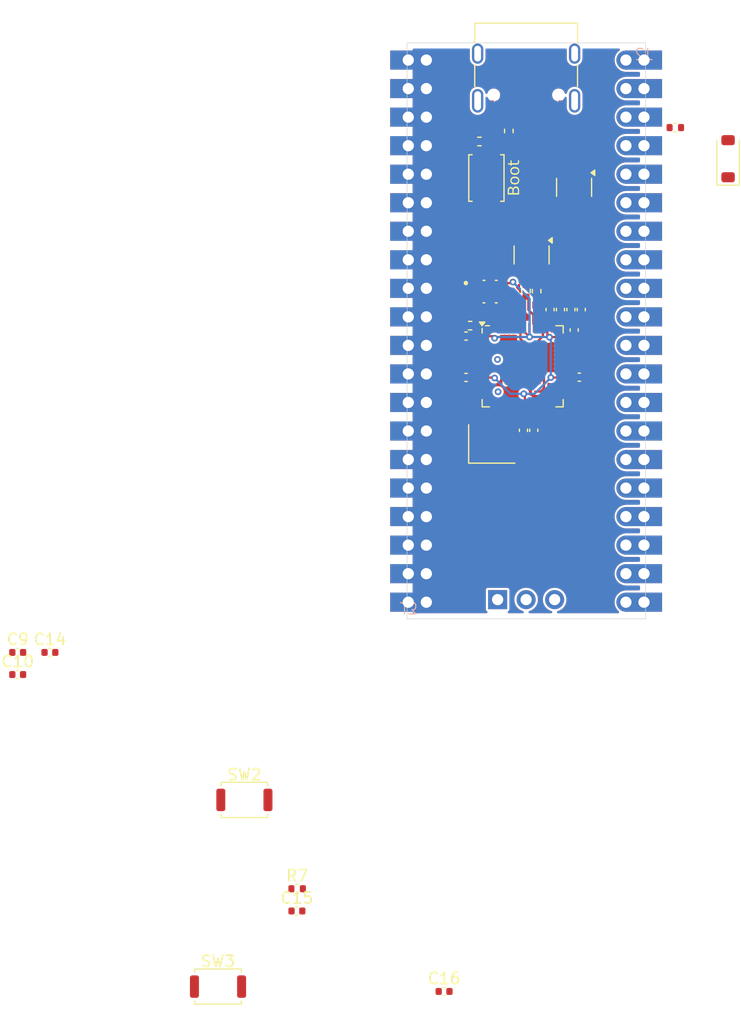
<source format=kicad_pcb>
(kicad_pcb (version 20241229) (generator "pcbnew") (generator_version "9.0")
  (layers (0 "F.Cu" signal) (2 "B.Cu" signal) (13 "F.Paste" user) (15 "B.Paste" user) (5 "F.SilkS" user "F.Silkscreen") (7 "B.SilkS" user "B.Silkscreen") (1 "F.Mask" user) (3 "B.Mask" user) (25 "Edge.Cuts" user))
  (net 0 "")
  (net 1 "XOUT")
  (net 2 "XIN")
  (net 4 "SPI_SD0")
  (net 6 "IO24")
  (net 7 "SPI_SD2")
  (net 8 "IO29")
  (net 9 "SPI_SD1")
  (net 10 "IO25")
  (net 11 "SPI_SCLK")
  (net 12 "IO23")
  (net 14 "SWD")
  (net 15 "SWCLK")
  (net 16 "SPI_SD3")
  (net 17 "SPI_CS")
  (net 18 "Net-(R5-Pad2)")
  (net 19 "CLEAN_USBDN")
  (net 20 "Net-(U1-USB_DP)")
  (net 21 "Net-(U1-USB_DM)")
  (net 22 "CLEAN_USBDP")
  (net 23 "IO4")
  (net 24 "IO15")
  (net 25 "IO10")
  (net 26 "IO6")
  (net 27 "IO7")
  (net 28 "IO12")
  (net 29 "IO3")
  (net 30 "IO9")
  (net 31 "IO5")
  (net 32 "IO1")
  (net 33 "IO2")
  (net 34 "IO11")
  (net 35 "IO8")
  (net 36 "IO13")
  (net 37 "IO0")
  (net 38 "IO14")
  (net 39 "IO17")
  (net 40 "IO19")
  (net 41 "IO16")
  (net 42 "IO26")
  (net 43 "IO22")
  (net 44 "IO27")
  (net 45 "RUN")
  (net 47 "IO21")
  (net 48 "IO28")
  (net 50 "IO20")
  (net 51 "IO18")
  (net 52 "USBDN")
  (net 53 "Net-(J1-CC1)")
  (net 54 "USBDP")
  (net 56 "Net-(J1-CC2)")
  (net 58 "+5V")
  (net 59 "+1V1")
  (net 60 "VSYS")
  (net 61 "+3V3")
  (net 62 "GND")
  (footprint "Capacitor_SMD:C_0402_1005Metric" (layer "F.Cu") (at 180.76 73.25)
    (property "Reference" "C5" (hide yes))
    (property "Value" "100n" (hide yes))
    (pad "1" smd roundrect (at -0.48 0) (size 0.56 0.62) (layers "F.Cu" "F.Mask" "F.Paste") (net 62 "GND"))
    (pad "2" smd roundrect (at 0.48 0) (size 0.56 0.62) (layers "F.Cu" "F.Mask" "F.Paste") (net 61 "+3V3"))
  )
  (footprint "Package_TO_SOT_SMD:SOT-23-5" (layer "F.Cu") (at 190.3825 56.33 -90)
    (property "Reference" "U2" (hide yes))
    (property "Value" "AP2112K-3.3" (hide yes))
    (pad "1" smd roundrect (at -1.1375 -0.95 270) (size 1.325 0.6) (layers "F.Cu" "F.Mask" "F.Paste") (net 60 "VSYS"))
    (pad "2" smd roundrect (at -1.1375 0 270) (size 1.325 0.6) (layers "F.Cu" "F.Mask" "F.Paste") (net 62 "GND"))
    (pad "3" smd roundrect (at -1.1375 0.95 270) (size 1.325 0.6) (layers "F.Cu" "F.Mask" "F.Paste") (net 60 "VSYS"))
    (pad "4" smd roundrect (at 1.1375 0.95 270) (size 1.325 0.6) (layers "F.Cu" "F.Mask" "F.Paste"))
    (pad "5" smd roundrect (at 1.1375 -0.95 270) (size 1.325 0.6) (layers "F.Cu" "F.Mask" "F.Paste") (net 61 "+3V3"))
  )
  (footprint "Capacitor_SMD:C_0402_1005Metric" (layer "F.Cu") (at 190.1 67.21 90)
    (property "Reference" "C8" (hide yes))
    (property "Value" "1u" (hide yes))
    (pad "1" smd roundrect (at -0.48 0 90) (size 0.56 0.62) (layers "F.Cu" "F.Mask" "F.Paste") (net 61 "+3V3"))
    (pad "2" smd roundrect (at 0.48 0 90) (size 0.56 0.62) (layers "F.Cu" "F.Mask" "F.Paste") (net 62 "GND"))
  )
  (footprint "Resistor_SMD:R_0402_1005Metric" (layer "F.Cu") (at 186.095259 65.551117 -90)
    (property "Reference" "R1" (hide yes))
    (property "Value" "27.4" (hide yes))
    (pad "1" smd roundrect (at -0.51 0 270) (size 0.54 0.64) (layers "F.Cu" "F.Mask" "F.Paste") (net 22 "CLEAN_USBDP"))
    (pad "2" smd roundrect (at 0.51 0 270) (size 0.54 0.64) (layers "F.Cu" "F.Mask" "F.Paste") (net 20 "Net-(U1-USB_DP)"))
  )
  (footprint "W25Q16JVUXIQ_TR:IC_W25Q16JVUXIQ_TR" (layer "F.Cu") (at 182.9 65.61)
    (property "Reference" "U3" (hide yes))
    (property "Value" "W25Q16JVUXIQ_TR" (hide yes))
    (pad "1" smd rect (at -1.25 -0.75) (size 0.6 0.3) (layers "F.Cu" "F.Mask") (net 17 "SPI_CS"))
    (pad "2" smd rect (at -1.25 -0.25) (size 0.6 0.3) (layers "F.Cu" "F.Mask") (net 9 "SPI_SD1"))
    (pad "3" smd rect (at -1.25 0.25) (size 0.6 0.3) (layers "F.Cu" "F.Mask") (net 7 "SPI_SD2"))
    (pad "4" smd rect (at -1.25 0.75) (size 0.6 0.3) (layers "F.Cu" "F.Mask") (net 62 "GND"))
    (pad "5" smd rect (at 1.25 0.75) (size 0.6 0.3) (layers "F.Cu" "F.Mask") (net 4 "SPI_SD0"))
    (pad "6" smd rect (at 1.25 0.25) (size 0.6 0.3) (layers "F.Cu" "F.Mask") (net 11 "SPI_SCLK"))
    (pad "7" smd rect (at 1.25 -0.25) (size 0.6 0.3) (layers "F.Cu" "F.Mask") (net 16 "SPI_SD3"))
    (pad "8" smd rect (at 1.25 -0.75) (size 0.6 0.3) (layers "F.Cu" "F.Mask") (net 61 "+3V3"))
    (pad "9" smd rect (at 0 0) (size 0.3 1.7) (layers "F.Cu" "F.Mask") (net 62 "GND"))
  )
  (footprint "Package_TO_SOT_SMD:SOT-23-6" (layer "F.Cu") (at 186.595 62.35 -90)
    (property "Reference" "U4" (hide yes))
    (property "Value" "USBLC6-2SC6" (hide yes))
    (pad "1" smd roundrect (at -1.1375 -0.95 270) (size 1.325 0.6) (layers "F.Cu" "F.Mask" "F.Paste") (net 54 "USBDP"))
    (pad "2" smd roundrect (at -1.1375 0 270) (size 1.325 0.6) (layers "F.Cu" "F.Mask" "F.Paste") (net 62 "GND"))
    (pad "3" smd roundrect (at -1.1375 0.95 270) (size 1.325 0.6) (layers "F.Cu" "F.Mask" "F.Paste") (net 52 "USBDN"))
    (pad "4" smd roundrect (at 1.1375 0.95 270) (size 1.325 0.6) (layers "F.Cu" "F.Mask" "F.Paste") (net 19 "CLEAN_USBDN"))
    (pad "5" smd roundrect (at 1.1375 0 270) (size 1.325 0.6) (layers "F.Cu" "F.Mask" "F.Paste") (net 58 "+5V"))
    (pad "6" smd roundrect (at 1.1375 -0.95 270) (size 1.325 0.6) (layers "F.Cu" "F.Mask" "F.Paste") (net 22 "CLEAN_USBDP"))
  )
  (footprint "Capacitor_SMD:C_0402_1005Metric" (layer "F.Cu") (at 191.02 67.21 -90)
    (property "Reference" "C2" (hide yes))
    (property "Value" "100n" (hide yes))
    (pad "1" smd roundrect (at -0.48 0 270) (size 0.56 0.62) (layers "F.Cu" "F.Mask" "F.Paste") (net 62 "GND"))
    (pad "2" smd roundrect (at 0.48 0 270) (size 0.56 0.62) (layers "F.Cu" "F.Mask" "F.Paste") (net 61 "+3V3"))
  )
  (footprint "Capacitor_SMD:C_0402_1005Metric" (layer "F.Cu") (at 140.815 97.73)
    (property "Reference" "C9" (at 0 -1.16 0) (layer "F.SilkS"))
    (property "Value" "1uF")
    (pad "1" smd roundrect (at -0.48 0) (size 0.56 0.62) (layers "F.Cu" "F.Mask" "F.Paste") (net 61 "+3V3"))
    (pad "2" smd roundrect (at 0.48 0) (size 0.56 0.62) (layers "F.Cu" "F.Mask" "F.Paste") (net 62 "GND"))
  )
  (footprint "Resistor_SMD:R_0402_1005Metric" (layer "F.Cu") (at 187.045259 65.571117 90)
    (property "Reference" "R2" (hide yes))
    (property "Value" "27.4" (hide yes))
    (pad "1" smd roundrect (at -0.51 0 90) (size 0.54 0.64) (layers "F.Cu" "F.Mask" "F.Paste") (net 21 "Net-(U1-USB_DM)"))
    (pad "2" smd roundrect (at 0.51 0 90) (size 0.54 0.64) (layers "F.Cu" "F.Mask" "F.Paste") (net 19 "CLEAN_USBDN"))
  )
  (footprint "Capacitor_SMD:C_0402_1005Metric" (layer "F.Cu") (at 185.87 77.96 90)
    (property "Reference" "C1" (hide yes))
    (property "Value" "100n" (hide yes))
    (pad "1" smd roundrect (at -0.48 0 90) (size 0.56 0.62) (layers "F.Cu" "F.Mask" "F.Paste") (net 62 "GND"))
    (pad "2" smd roundrect (at 0.48 0 90) (size 0.56 0.62) (layers "F.Cu" "F.Mask" "F.Paste") (net 61 "+3V3"))
  )
  (footprint "Capacitor_SMD:C_0402_1005Metric" (layer "F.Cu") (at 140.815 99.7)
    (property "Reference" "C10" (at 0 -1.16 0) (layer "F.SilkS"))
    (property "Value" "1uF")
    (pad "1" smd roundrect (at -0.48 0) (size 0.56 0.62) (layers "F.Cu" "F.Mask" "F.Paste") (net 60 "VSYS"))
    (pad "2" smd roundrect (at 0.48 0) (size 0.56 0.62) (layers "F.Cu" "F.Mask" "F.Paste") (net 62 "GND"))
  )
  (footprint "Button_Switch_SMD:SW_Push_SPST_NO_Alps_SKRK" (layer "F.Cu") (at 182.57 55.5 90)
    (property "Reference" "SW1" (hide yes))
    (property "Value" "Boot" (at 0 2.5 90) (layer "F.SilkS"))
    (pad "1" smd roundrect (at -2.1 0 90) (size 0.8 2) (layers "F.Cu" "F.Mask" "F.Paste") (net 17 "SPI_CS"))
    (pad "2" smd roundrect (at 2.1 0 90) (size 0.8 2) (layers "F.Cu" "F.Mask" "F.Paste") (net 18 "Net-(R5-Pad2)"))
  )
  (footprint "Package_DFN_QFN:QFN-56-1EP_7x7mm_P0.4mm_EP3.2x3.2mm" (layer "F.Cu") (at 185.8 72.26)
    (property "Reference" "U1" (hide yes))
    (property "Value" "RP2040" (hide yes))
    (pad "1" smd roundrect (at -3.4375 -2.6) (size 0.875 0.2) (layers "F.Cu" "F.Mask" "F.Paste") (net 61 "+3V3"))
    (pad "2" smd roundrect (at -3.4375 -2.2) (size 0.875 0.2) (layers "F.Cu" "F.Mask" "F.Paste") (net 37 "IO0"))
    (pad "3" smd roundrect (at -3.4375 -1.8) (size 0.875 0.2) (layers "F.Cu" "F.Mask" "F.Paste") (net 32 "IO1"))
    (pad "4" smd roundrect (at -3.4375 -1.4) (size 0.875 0.2) (layers "F.Cu" "F.Mask" "F.Paste") (net 33 "IO2"))
    (pad "5" smd roundrect (at -3.4375 -1) (size 0.875 0.2) (layers "F.Cu" "F.Mask" "F.Paste") (net 29 "IO3"))
    (pad "6" smd roundrect (at -3.4375 -0.6) (size 0.875 0.2) (layers "F.Cu" "F.Mask" "F.Paste") (net 23 "IO4"))
    (pad "7" smd roundrect (at -3.4375 -0.2) (size 0.875 0.2) (layers "F.Cu" "F.Mask" "F.Paste") (net 31 "IO5"))
    (pad "8" smd roundrect (at -3.4375 0.2) (size 0.875 0.2) (layers "F.Cu" "F.Mask" "F.Paste") (net 26 "IO6"))
    (pad "9" smd roundrect (at -3.4375 0.6) (size 0.875 0.2) (layers "F.Cu" "F.Mask" "F.Paste") (net 27 "IO7"))
    (pad "10" smd roundrect (at -3.4375 1) (size 0.875 0.2) (layers "F.Cu" "F.Mask" "F.Paste") (net 61 "+3V3"))
    (pad "11" smd roundrect (at -3.4375 1.4) (size 0.875 0.2) (layers "F.Cu" "F.Mask" "F.Paste") (net 35 "IO8"))
    (pad "12" smd roundrect (at -3.4375 1.8) (size 0.875 0.2) (layers "F.Cu" "F.Mask" "F.Paste") (net 30 "IO9"))
    (pad "13" smd roundrect (at -3.4375 2.2) (size 0.875 0.2) (layers "F.Cu" "F.Mask" "F.Paste") (net 25 "IO10"))
    (pad "14" smd roundrect (at -3.4375 2.6) (size 0.875 0.2) (layers "F.Cu" "F.Mask" "F.Paste") (net 34 "IO11"))
    (pad "15" smd roundrect (at -2.6 3.4375) (size 0.2 0.875) (layers "F.Cu" "F.Mask" "F.Paste") (net 28 "IO12"))
    (pad "16" smd roundrect (at -2.2 3.4375) (size 0.2 0.875) (layers "F.Cu" "F.Mask" "F.Paste") (net 36 "IO13"))
    (pad "17" smd roundrect (at -1.8 3.4375) (size 0.2 0.875) (layers "F.Cu" "F.Mask" "F.Paste") (net 38 "IO14"))
    (pad "18" smd roundrect (at -1.4 3.4375) (size 0.2 0.875) (layers "F.Cu" "F.Mask" "F.Paste") (net 24 "IO15"))
    (pad "19" smd roundrect (at -1 3.4375) (size 0.2 0.875) (layers "F.Cu" "F.Mask" "F.Paste") (net 62 "GND"))
    (pad "20" smd roundrect (at -0.6 3.4375) (size 0.2 0.875) (layers "F.Cu" "F.Mask" "F.Paste") (net 2 "XIN"))
    (pad "21" smd roundrect (at -0.2 3.4375) (size 0.2 0.875) (layers "F.Cu" "F.Mask" "F.Paste") (net 1 "XOUT"))
    (pad "22" smd roundrect (at 0.2 3.4375) (size 0.2 0.875) (layers "F.Cu" "F.Mask" "F.Paste") (net 61 "+3V3"))
    (pad "23" smd roundrect (at 0.6 3.4375) (size 0.2 0.875) (layers "F.Cu" "F.Mask" "F.Paste") (net 59 "+1V1"))
    (pad "24" smd roundrect (at 1 3.4375) (size 0.2 0.875) (layers "F.Cu" "F.Mask" "F.Paste") (net 15 "SWCLK"))
    (pad "25" smd roundrect (at 1.4 3.4375) (size 0.2 0.875) (layers "F.Cu" "F.Mask" "F.Paste") (net 14 "SWD"))
    (pad "26" smd roundrect (at 1.8 3.4375) (size 0.2 0.875) (layers "F.Cu" "F.Mask" "F.Paste") (net 45 "RUN"))
    (pad "27" smd roundrect (at 2.2 3.4375) (size 0.2 0.875) (layers "F.Cu" "F.Mask" "F.Paste") (net 41 "IO16"))
    (pad "28" smd roundrect (at 2.6 3.4375) (size 0.2 0.875) (layers "F.Cu" "F.Mask" "F.Paste") (net 39 "IO17"))
    (pad "29" smd roundrect (at 3.4375 2.6) (size 0.875 0.2) (layers "F.Cu" "F.Mask" "F.Paste") (net 51 "IO18"))
    (pad "30" smd roundrect (at 3.4375 2.2) (size 0.875 0.2) (layers "F.Cu" "F.Mask" "F.Paste") (net 40 "IO19"))
    (pad "31" smd roundrect (at 3.4375 1.8) (size 0.875 0.2) (layers "F.Cu" "F.Mask" "F.Paste") (net 50 "IO20"))
    (pad "32" smd roundrect (at 3.4375 1.4) (size 0.875 0.2) (layers "F.Cu" "F.Mask" "F.Paste") (net 47 "IO21"))
    (pad "33" smd roundrect (at 3.4375 1) (size 0.875 0.2) (layers "F.Cu" "F.Mask" "F.Paste") (net 61 "+3V3"))
    (pad "34" smd roundrect (at 3.4375 0.6) (size 0.875 0.2) (layers "F.Cu" "F.Mask" "F.Paste") (net 43 "IO22"))
    (pad "35" smd roundrect (at 3.4375 0.2) (size 0.875 0.2) (layers "F.Cu" "F.Mask" "F.Paste") (net 12 "IO23"))
    (pad "36" smd roundrect (at 3.4375 -0.2) (size 0.875 0.2) (layers "F.Cu" "F.Mask" "F.Paste") (net 6 "IO24"))
    (pad "37" smd roundrect (at 3.4375 -0.6) (size 0.875 0.2) (layers "F.Cu" "F.Mask" "F.Paste") (net 10 "IO25"))
    (pad "38" smd roundrect (at 3.4375 -1) (size 0.875 0.2) (layers "F.Cu" "F.Mask" "F.Paste") (net 42 "IO26"))
    (pad "39" smd roundrect (at 3.4375 -1.4) (size 0.875 0.2) (layers "F.Cu" "F.Mask" "F.Paste") (net 44 "IO27"))
    (pad "40" smd roundrect (at 3.4375 -1.8) (size 0.875 0.2) (layers "F.Cu" "F.Mask" "F.Paste") (net 48 "IO28"))
    (pad "41" smd roundrect (at 3.4375 -2.2) (size 0.875 0.2) (layers "F.Cu" "F.Mask" "F.Paste") (net 8 "IO29"))
    (pad "42" smd roundrect (at 3.4375 -2.6) (size 0.875 0.2) (layers "F.Cu" "F.Mask" "F.Paste") (net 61 "+3V3"))
    (pad "43" smd roundrect (at 2.6 -3.4375) (size 0.2 0.875) (layers "F.Cu" "F.Mask" "F.Paste") (net 61 "+3V3"))
    (pad "44" smd roundrect (at 2.2 -3.4375) (size 0.2 0.875) (layers "F.Cu" "F.Mask" "F.Paste") (net 61 "+3V3"))
    (pad "45" smd roundrect (at 1.8 -3.4375) (size 0.2 0.875) (layers "F.Cu" "F.Mask" "F.Paste") (net 59 "+1V1"))
    (pad "46" smd roundrect (at 1.4 -3.4375) (size 0.2 0.875) (layers "F.Cu" "F.Mask" "F.Paste") (net 21 "Net-(U1-USB_DM)"))
    (pad "47" smd roundrect (at 1 -3.4375) (size 0.2 0.875) (layers "F.Cu" "F.Mask" "F.Paste") (net 20 "Net-(U1-USB_DP)"))
    (pad "48" smd roundrect (at 0.6 -3.4375) (size 0.2 0.875) (layers "F.Cu" "F.Mask" "F.Paste") (net 61 "+3V3"))
    (pad "49" smd roundrect (at 0.2 -3.4375) (size 0.2 0.875) (layers "F.Cu" "F.Mask" "F.Paste") (net 61 "+3V3"))
    (pad "50" smd roundrect (at -0.2 -3.4375) (size 0.2 0.875) (layers "F.Cu" "F.Mask" "F.Paste") (net 59 "+1V1"))
    (pad "51" smd roundrect (at -0.6 -3.4375) (size 0.2 0.875) (layers "F.Cu" "F.Mask" "F.Paste") (net 16 "SPI_SD3"))
    (pad "52" smd roundrect (at -1 -3.4375) (size 0.2 0.875) (layers "F.Cu" "F.Mask" "F.Paste") (net 11 "SPI_SCLK"))
    (pad "53" smd roundrect (at -1.4 -3.4375) (size 0.2 0.875) (layers "F.Cu" "F.Mask" "F.Paste") (net 4 "SPI_SD0"))
    (pad "54" smd roundrect (at -1.8 -3.4375) (size 0.2 0.875) (layers "F.Cu" "F.Mask" "F.Paste") (net 7 "SPI_SD2"))
    (pad "55" smd roundrect (at -2.2 -3.4375) (size 0.2 0.875) (layers "F.Cu" "F.Mask" "F.Paste") (net 9 "SPI_SD1"))
    (pad "56" smd roundrect (at -2.6 -3.4375) (size 0.2 0.875) (layers "F.Cu" "F.Mask" "F.Paste") (net 17 "SPI_CS"))
    (pad "57" smd rect (at 0 0) (size 3.2 3.2) (property pad_prop_heatsink) (layers "F.Cu" "F.Mask") (net 62 "GND"))
  )
  (footprint "Capacitor_SMD:C_0402_1005Metric" (layer "F.Cu") (at 178.8 127.91)
    (property "Reference" "C16" (at 0 -1.16 0) (layer "F.SilkS"))
    (property "Value" "15pF")
    (pad "1" smd roundrect (at -0.48 0) (size 0.56 0.62) (layers "F.Cu" "F.Mask" "F.Paste") (net 62 "GND"))
    (pad "2" smd roundrect (at 0.48 0) (size 0.56 0.62) (layers "F.Cu" "F.Mask" "F.Paste") (net 1 "XOUT"))
  )
  (footprint "Resistor_SMD:R_0402_1005Metric" (layer "F.Cu") (at 181.95 52.25)
    (property "Reference" "R5" (hide yes))
    (property "Value" "1k" (hide yes))
    (pad "1" smd roundrect (at -0.51 0) (size 0.54 0.64) (layers "F.Cu" "F.Mask" "F.Paste") (net 62 "GND"))
    (pad "2" smd roundrect (at 0.51 0) (size 0.54 0.64) (layers "F.Cu" "F.Mask" "F.Paste") (net 18 "Net-(R5-Pad2)"))
  )
  (footprint "Capacitor_SMD:C_0402_1005Metric" (layer "F.Cu") (at 189.17 67.21 90)
    (property "Reference" "C11" (hide yes))
    (property "Value" "1u" (hide yes))
    (pad "1" smd roundrect (at -0.48 0 90) (size 0.56 0.62) (layers "F.Cu" "F.Mask" "F.Paste") (net 59 "+1V1"))
    (pad "2" smd roundrect (at 0.48 0 90) (size 0.56 0.62) (layers "F.Cu" "F.Mask" "F.Paste") (net 62 "GND"))
  )
  (footprint "Resistor_SMD:R_0402_1005Metric" (layer "F.Cu") (at 199.4 51.01 180)
    (property "Reference" "R3" (hide yes))
    (property "Value" "5k1" (hide yes))
    (pad "1" smd roundrect (at -0.51 0 180) (size 0.54 0.64) (layers "F.Cu" "F.Mask" "F.Paste") (net 62 "GND"))
    (pad "2" smd roundrect (at 0.51 0 180) (size 0.54 0.64) (layers "F.Cu" "F.Mask" "F.Paste") (net 53 "Net-(J1-CC1)"))
  )
  (footprint "Resistor_SMD:R_0402_1005Metric" (layer "F.Cu") (at 165.71 118.77)
    (property "Reference" "R7" (at 0 -1.17 0) (layer "F.SilkS"))
    (property "Value" "1k")
    (pad "1" smd roundrect (at -0.51 0) (size 0.54 0.64) (layers "F.Cu" "F.Mask" "F.Paste") (net 61 "+3V3"))
    (pad "2" smd roundrect (at 0.51 0) (size 0.54 0.64) (layers "F.Cu" "F.Mask" "F.Paste") (net 45 "RUN"))
  )
  (footprint "Capacitor_SMD:C_0402_1005Metric" (layer "F.Cu") (at 190.39 69.03 90)
    (property "Reference" "C3" (hide yes))
    (property "Value" "100n" (hide yes))
    (pad "1" smd roundrect (at -0.48 0 90) (size 0.56 0.62) (layers "F.Cu" "F.Mask" "F.Paste") (net 62 "GND"))
    (pad "2" smd roundrect (at 0.48 0 90) (size 0.56 0.62) (layers "F.Cu" "F.Mask" "F.Paste") (net 61 "+3V3"))
  )
  (footprint "Capacitor_SMD:C_0402_1005Metric" (layer "F.Cu") (at 180.76 69.57)
    (property "Reference" "C6" (hide yes))
    (property "Value" "100n" (hide yes))
    (pad "1" smd roundrect (at -0.48 0) (size 0.56 0.62) (layers "F.Cu" "F.Mask" "F.Paste") (net 62 "GND"))
    (pad "2" smd roundrect (at 0.48 0) (size 0.56 0.62) (layers "F.Cu" "F.Mask" "F.Paste") (net 61 "+3V3"))
  )
  (footprint "Resistor_SMD:R_0402_1005Metric" (layer "F.Cu") (at 181.12 68.64)
    (property "Reference" "R6" (hide yes))
    (property "Value" "10k" (hide yes))
    (pad "1" smd roundrect (at -0.51 0) (size 0.54 0.64) (layers "F.Cu" "F.Mask" "F.Paste") (net 61 "+3V3"))
    (pad "2" smd roundrect (at 0.51 0) (size 0.54 0.64) (layers "F.Cu" "F.Mask" "F.Paste") (net 17 "SPI_CS"))
  )
  (footprint "Capacitor_SMD:C_0402_1005Metric" (layer "F.Cu") (at 186.79 77.96 -90)
    (property "Reference" "C13" (hide yes))
    (property "Value" "100n" (hide yes))
    (pad "1" smd roundrect (at -0.48 0 270) (size 0.56 0.62) (layers "F.Cu" "F.Mask" "F.Paste") (net 59 "+1V1"))
    (pad "2" smd roundrect (at 0.48 0 270) (size 0.56 0.62) (layers "F.Cu" "F.Mask" "F.Paste") (net 62 "GND"))
  )
  (footprint "Capacitor_SMD:C_0402_1005Metric" (layer "F.Cu") (at 165.69 120.75)
    (property "Reference" "C15" (at 0 -1.16 0) (layer "F.SilkS"))
    (property "Value" "15pF")
    (pad "1" smd roundrect (at -0.48 0) (size 0.56 0.62) (layers "F.Cu" "F.Mask" "F.Paste") (net 62 "GND"))
    (pad "2" smd roundrect (at 0.48 0) (size 0.56 0.62) (layers "F.Cu" "F.Mask" "F.Paste") (net 2 "XIN"))
  )
  (footprint "Connector_USB:USB_C_Receptacle_G-Switch_GT-USB-7010ASV" (layer "F.Cu") (at 186.11 45.5 180)
    (property "Reference" "J1" (hide yes))
    (property "Value" "USB_C_Receptacle_USB2.0_16P")
    (pad "" np_thru_hole circle (at -2.89 -2.605 180) (size 0.65 0.65) (drill 0.65) (layers "*.Cu" "*.Mask"))
    (pad "" np_thru_hole circle (at 2.89 -2.605 180) (size 0.65 0.65) (drill 0.65) (layers "*.Cu" "*.Mask"))
    (pad "A1" smd rect (at -3.2 -3.725 180) (size 0.6 1.24) (layers "F.Cu" "F.Mask" "F.Paste") (net 62 "GND"))
    (pad "A4" smd rect (at -2.4 -3.725 180) (size 0.6 1.24) (layers "F.Cu" "F.Mask" "F.Paste") (net 58 "+5V"))
    (pad "A5" smd rect (at -1.25 -3.725 180) (size 0.3 1.24) (layers "F.Cu" "F.Mask" "F.Paste") (net 53 "Net-(J1-CC1)"))
    (pad "A6" smd rect (at -0.25 -3.725 180) (size 0.3 1.24) (layers "F.Cu" "F.Mask" "F.Paste") (net 54 "USBDP"))
    (pad "A7" smd rect (at 0.25 -3.725 180) (size 0.3 1.24) (layers "F.Cu" "F.Mask" "F.Paste") (net 52 "USBDN"))
    (pad "A8" smd rect (at 1.25 -3.725 180) (size 0.3 1.24) (layers "F.Cu" "F.Mask" "F.Paste"))
    (pad "A9" smd rect (at 2.4 -3.725 180) (size 0.6 1.24) (layers "F.Cu" "F.Mask" "F.Paste") (net 58 "+5V"))
    (pad "A12" smd rect (at 3.2 -3.725 180) (size 0.6 1.24) (layers "F.Cu" "F.Mask" "F.Paste") (net 62 "GND"))
    (pad "B1" smd rect (at 3.2 -3.725 180) (size 0.6 1.24) (layers "F.Cu" "F.Mask" "F.Paste") (net 62 "GND"))
    (pad "B4" smd rect (at 2.4 -3.725 180) (size 0.6 1.24) (layers "F.Cu" "F.Mask" "F.Paste") (net 58 "+5V"))
    (pad "B5" smd rect (at 1.75 -3.725 180) (size 0.3 1.24) (layers "F.Cu" "F.Mask" "F.Paste") (net 56 "Net-(J1-CC2)"))
    (pad "B6" smd rect (at 0.75 -3.725 180) (size 0.3 1.24) (layers "F.Cu" "F.Mask" "F.Paste") (net 54 "USBDP"))
    (pad "B7" smd rect (at -0.75 -3.725 180) (size 0.3 1.24) (layers "F.Cu" "F.Mask" "F.Paste") (net 52 "USBDN"))
    (pad "B8" smd rect (at -1.75 -3.725 180) (size 0.3 1.24) (layers "F.Cu" "F.Mask" "F.Paste"))
    (pad "B9" smd rect (at -2.4 -3.725 180) (size 0.6 1.24) (layers "F.Cu" "F.Mask" "F.Paste") (net 58 "+5V"))
    (pad "B12" smd rect (at -3.2 -3.725 180) (size 0.6 1.24) (layers "F.Cu" "F.Mask" "F.Paste") (net 62 "GND"))
    (pad "S1" thru_hole oval (at -4.32 -3.125 180) (size 1 2.1) (drill oval 0.6 1.7) (property pad_prop_heatsink) (layers "*.Cu" "*.Mask") (net 62 "GND"))
    (pad "S1" thru_hole oval (at -4.32 1.075 180) (size 1 1.8) (drill oval 0.6 1.4) (property pad_prop_heatsink) (layers "*.Cu" "*.Mask") (net 62 "GND"))
    (pad "S1" thru_hole oval (at 4.32 -3.125 180) (size 1 2.1) (drill oval 0.6 1.7) (property pad_prop_heatsink) (layers "*.Cu" "*.Mask") (net 62 "GND"))
    (pad "S1" thru_hole oval (at 4.32 1.075 180) (size 1 1.8) (drill oval 0.6 1.4) (property pad_prop_heatsink) (layers "*.Cu" "*.Mask") (net 62 "GND"))
  )
  (footprint "Button_Switch_SMD:SW_Push_SPST_NO_Alps_SKRK" (layer "F.Cu") (at 158.66 127.48)
    (property "Reference" "SW3" (at 0 -2.25 0) (layer "F.SilkS"))
    (property "Value" "SW_Push")
    (pad "1" smd roundrect (at -2.1 0) (size 0.8 2) (layers "F.Cu" "F.Mask" "F.Paste") (net 62 "GND"))
    (pad "2" smd roundrect (at 2.1 0) (size 0.8 2) (layers "F.Cu" "F.Mask" "F.Paste") (net 12 "IO23"))
  )
  (footprint "Capacitor_SMD:C_0402_1005Metric" (layer "F.Cu") (at 188.24 67.21 90)
    (property "Reference" "C12" (hide yes))
    (property "Value" "100n" (hide yes))
    (pad "1" smd roundrect (at -0.48 0 90) (size 0.56 0.62) (layers "F.Cu" "F.Mask" "F.Paste") (net 59 "+1V1"))
    (pad "2" smd roundrect (at 0.48 0 90) (size 0.56 0.62) (layers "F.Cu" "F.Mask" "F.Paste") (net 62 "GND"))
  )
  (footprint "Crystal:Crystal_SMD_3225-4Pin_3.2x2.5mm" (layer "F.Cu") (at 183.05 79.17)
    (property "Reference" "Y1" (hide yes))
    (property "Value" "ABM8-272-T3" (hide yes))
    (pad "1" smd roundrect (at -1.1 0.85) (size 1.4 1.2) (layers "F.Cu" "F.Mask" "F.Paste") (roundrect_rratio 0.208333) (net 2 "XIN"))
    (pad "2" smd roundrect (at 1.1 0.85) (size 1.4 1.2) (layers "F.Cu" "F.Mask" "F.Paste") (roundrect_rratio 0.208333) (net 62 "GND"))
    (pad "3" smd roundrect (at 1.1 -0.85) (size 1.4 1.2) (layers "F.Cu" "F.Mask" "F.Paste") (roundrect_rratio 0.208333) (net 1 "XOUT"))
    (pad "4" smd roundrect (at -1.1 -0.85) (size 1.4 1.2) (layers "F.Cu" "F.Mask" "F.Paste") (roundrect_rratio 0.208333) (net 62 "GND"))
  )
  (footprint "Capacitor_SMD:C_0402_1005Metric" (layer "F.Cu") (at 143.685 97.73)
    (property "Reference" "C14" (at 0 -1.16 0) (layer "F.SilkS"))
    (property "Value" "100nF")
    (pad "1" smd roundrect (at -0.48 0) (size 0.56 0.62) (layers "F.Cu" "F.Mask" "F.Paste") (net 61 "+3V3"))
    (pad "2" smd roundrect (at 0.48 0) (size 0.56 0.62) (layers "F.Cu" "F.Mask" "F.Paste") (net 62 "GND"))
  )
  (footprint "Capacitor_SMD:C_0402_1005Metric" (layer "F.Cu") (at 190.85 73.23 180)
    (property "Reference" "C4" (hide yes))
    (property "Value" "100n" (hide yes))
    (pad "1" smd roundrect (at -0.48 0 180) (size 0.56 0.62) (layers "F.Cu" "F.Mask" "F.Paste") (net 62 "GND"))
    (pad "2" smd roundrect (at 0.48 0 180) (size 0.56 0.62) (layers "F.Cu" "F.Mask" "F.Paste") (net 61 "+3V3"))
  )
  (footprint "Connector_PinHeader_2.54mm:PinHeader_1x03_P2.54mm_Vertical" (layer "F.Cu") (at 183.57 93.03 90)
    (property "Reference" "J4" (hide yes))
    (property "Value" "Conn_01x03" (hide yes))
    (pad "1" thru_hole rect (at 0 0 90) (size 1.7 1.7) (drill 1) (layers "*.Cu" "*.Mask") (net 15 "SWCLK"))
    (pad "2" thru_hole circle (at 0 2.54 90) (size 1.7 1.7) (drill 1) (layers "*.Cu" "*.Mask") (net 62 "GND"))
    (pad "3" thru_hole circle (at 0 5.08 90) (size 1.7 1.7) (drill 1) (layers "*.Cu" "*.Mask") (net 14 "SWD"))
  )
  (footprint "Button_Switch_SMD:SW_Push_SPST_NO_Alps_SKRK" (layer "F.Cu") (at 161.01 110.86)
    (property "Reference" "SW2" (at 0 -2.25 0) (layer "F.SilkS"))
    (property "Value" "Reset")
    (pad "1" smd roundrect (at -2.1 0) (size 0.8 2) (layers "F.Cu" "F.Mask" "F.Paste") (net 45 "RUN"))
    (pad "2" smd roundrect (at 2.1 0) (size 0.8 2) (layers "F.Cu" "F.Mask" "F.Paste") (net 62 "GND"))
  )
  (footprint "Resistor_SMD:R_0402_1005Metric" (layer "F.Cu") (at 184.57 51.31 90)
    (property "Reference" "R4" (hide yes))
    (property "Value" "5k1" (hide yes))
    (pad "1" smd roundrect (at -0.51 0 90) (size 0.54 0.64) (layers "F.Cu" "F.Mask" "F.Paste") (net 62 "GND"))
    (pad "2" smd roundrect (at 0.51 0 90) (size 0.54 0.64) (layers "F.Cu" "F.Mask" "F.Paste") (net 56 "Net-(J1-CC2)"))
  )
  (footprint "Diode_SMD:D_SOD-123" (layer "F.Cu") (at 204.1 53.78 90)
    (property "Reference" "D1" (hide yes))
    (property "Value" "1N5819WS" (hide yes))
    (pad "1" smd roundrect (at -1.65 0 90) (size 0.9 1.2) (layers "F.Cu" "F.Mask" "F.Paste") (net 60 "VSYS"))
    (pad "2" smd roundrect (at 1.65 0 90) (size 0.9 1.2) (layers "F.Cu" "F.Mask" "F.Paste") (net 58 "+5V"))
  )
  (footprint "Connector_PinHeader_2.54mm:Castellated_20" (layer "B.Cu") (at 195 45 180)
    (property "Reference" "J2" (at -1.61 0.5 0) (layer "B.SilkS") (effects (font (thickness 0.1)) (justify mirror)))
    (property "Value" "Conn_01x20")
    (pad "1" thru_hole custom (at -1.61 0 180) (size 3.22 1.7) (drill 1) (layers "*.Cu" "*.Mask") (net 58 "+5V") (options (clearance outline) (anchor rect)) (primitives))
    (pad "1" thru_hole circle (at 0 0 180) (size 1.7 1.7) (drill 1) (layers "*.Cu" "*.Mask") (net 58 "+5V"))
    (pad "2" thru_hole custom (at -1.61 -2.54 180) (size 3.22 1.7) (drill 1) (layers "*.Cu" "*.Mask") (net 60 "VSYS") (options (clearance outline) (anchor rect)) (primitives))
    (pad "2" thru_hole circle (at 0 -2.54 180) (size 1.7 1.7) (drill 1) (layers "*.Cu" "*.Mask") (net 60 "VSYS"))
    (pad "3" thru_hole custom (at -1.61 -5.08 180) (size 3.22 1.7) (drill 1) (layers "*.Cu" "*.Mask") (net 62 "GND") (options (clearance outline) (anchor rect)) (primitives))
    (pad "3" thru_hole circle (at 0 -5.08 180) (size 1.7 1.7) (drill 1) (layers "*.Cu" "*.Mask") (net 62 "GND"))
    (pad "4" thru_hole custom (at -1.61 -7.62 180) (size 3.22 1.7) (drill 1) (layers "*.Cu" "*.Mask") (options (clearance outline) (anchor rect)) (primitives))
    (pad "4" thru_hole circle (at 0 -7.62 180) (size 1.7 1.7) (drill 1) (layers "*.Cu" "*.Mask"))
    (pad "5" thru_hole custom (at -1.61 -10.16 180) (size 3.22 1.7) (drill 1) (layers "*.Cu" "*.Mask") (net 61 "+3V3") (options (clearance outline) (anchor rect)) (primitives))
    (pad "5" thru_hole circle (at 0 -10.16 180) (size 1.7 1.7) (drill 1) (layers "*.Cu" "*.Mask") (net 61 "+3V3"))
    (pad "6" thru_hole custom (at -1.61 -12.7 180) (size 3.22 1.7) (drill 1) (layers "*.Cu" "*.Mask") (options (clearance outline) (anchor rect)) (primitives))
    (pad "6" thru_hole circle (at 0 -12.7 180) (size 1.7 1.7) (drill 1) (layers "*.Cu" "*.Mask"))
    (pad "7" thru_hole custom (at -1.61 -15.24 180) (size 3.22 1.7) (drill 1) (layers "*.Cu" "*.Mask") (net 48 "IO28") (options (clearance outline) (anchor rect)) (primitives))
    (pad "7" thru_hole circle (at 0 -15.24 180) (size 1.7 1.7) (drill 1) (layers "*.Cu" "*.Mask") (net 48 "IO28"))
    (pad "8" thru_hole custom (at -1.61 -17.78 180) (size 3.22 1.7) (drill 1) (layers "*.Cu" "*.Mask") (net 62 "GND") (options (clearance outline) (anchor rect)) (primitives))
    (pad "8" thru_hole circle (at 0 -17.78 180) (size 1.7 1.7) (drill 1) (layers "*.Cu" "*.Mask") (net 62 "GND"))
    (pad "9" thru_hole custom (at -1.61 -20.32 180) (size 3.22 1.7) (drill 1) (layers "*.Cu" "*.Mask") (net 44 "IO27") (options (clearance outline) (anchor rect)) (primitives))
    (pad "9" thru_hole circle (at 0 -20.32 180) (size 1.7 1.7) (drill 1) (layers "*.Cu" "*.Mask") (net 44 "IO27"))
    (pad "10" thru_hole custom (at -1.61 -22.86 180) (size 3.22 1.7) (drill 1) (layers "*.Cu" "*.Mask") (net 42 "IO26") (options (clearance outline) (anchor rect)) (primitives))
    (pad "10" thru_hole circle (at 0 -22.86 180) (size 1.7 1.7) (drill 1) (layers "*.Cu" "*.Mask") (net 42 "IO26"))
    (pad "11" thru_hole custom (at -1.61 -25.4 180) (size 3.22 1.7) (drill 1) (layers "*.Cu" "*.Mask") (net 45 "RUN") (options (clearance outline) (anchor rect)) (primitives))
    (pad "11" thru_hole circle (at 0 -25.4 180) (size 1.7 1.7) (drill 1) (layers "*.Cu" "*.Mask") (net 45 "RUN"))
    (pad "12" thru_hole custom (at -1.61 -27.94 180) (size 3.22 1.7) (drill 1) (layers "*.Cu" "*.Mask") (net 43 "IO22") (options (clearance outline) (anchor rect)) (primitives))
    (pad "12" thru_hole circle (at 0 -27.94 180) (size 1.7 1.7) (drill 1) (layers "*.Cu" "*.Mask") (net 43 "IO22"))
    (pad "13" thru_hole custom (at -1.61 -30.48 180) (size 3.22 1.7) (drill 1) (layers "*.Cu" "*.Mask") (net 62 "GND") (options (clearance outline) (anchor rect)) (primitives))
    (pad "13" thru_hole circle (at 0 -30.48 180) (size 1.7 1.7) (drill 1) (layers "*.Cu" "*.Mask") (net 62 "GND"))
    (pad "14" thru_hole custom (at -1.61 -33.02 180) (size 3.22 1.7) (drill 1) (layers "*.Cu" "*.Mask") (net 47 "IO21") (options (clearance outline) (anchor rect)) (primitives))
    (pad "14" thru_hole circle (at 0 -33.02 180) (size 1.7 1.7) (drill 1) (layers "*.Cu" "*.Mask") (net 47 "IO21"))
    (pad "15" thru_hole custom (at -1.61 -35.56 180) (size 3.22 1.7) (drill 1) (layers "*.Cu" "*.Mask") (net 50 "IO20") (options (clearance outline) (anchor rect)) (primitives))
    (pad "15" thru_hole circle (at 0 -35.56 180) (size 1.7 1.7) (drill 1) (layers "*.Cu" "*.Mask") (net 50 "IO20"))
    (pad "16" thru_hole custom (at -1.61 -38.1 180) (size 3.22 1.7) (drill 1) (layers "*.Cu" "*.Mask") (net 40 "IO19") (options (clearance outline) (anchor rect)) (primitives))
    (pad "16" thru_hole circle (at 0 -38.1 180) (size 1.7 1.7) (drill 1) (layers "*.Cu" "*.Mask") (net 40 "IO19"))
    (pad "17" thru_hole custom (at -1.61 -40.64 180) (size 3.22 1.7) (drill 1) (layers "*.Cu" "*.Mask") (net 51 "IO18") (options (clearance outline) (anchor rect)) (primitives))
    (pad "17" thru_hole circle (at 0 -40.64 180) (size 1.7 1.7) (drill 1) (layers "*.Cu" "*.Mask") (net 51 "IO18"))
    (pad "18" thru_hole custom (at -1.61 -43.18 180) (size 3.22 1.7) (drill 1) (layers "*.Cu" "*.Mask") (net 62 "GND") (options (clearance outline) (anchor rect)) (primitives))
    (pad "18" thru_hole circle (at 0 -43.18 180) (size 1.7 1.7) (drill 1) (layers "*.Cu" "*.Mask") (net 62 "GND"))
    (pad "19" thru_hole custom (at -1.61 -45.72 180) (size 3.22 1.7) (drill 1) (layers "*.Cu" "*.Mask") (net 39 "IO17") (options (clearance outline) (anchor rect)) (primitives))
    (pad "19" thru_hole circle (at 0 -45.72 180) (size 1.7 1.7) (drill 1) (layers "*.Cu" "*.Mask") (net 39 "IO17"))
    (pad "20" thru_hole custom (at -1.61 -48.26 180) (size 3.22 1.7) (drill 1) (layers "*.Cu" "*.Mask") (net 41 "IO16") (options (clearance outline) (anchor rect)) (primitives))
    (pad "20" thru_hole circle (at 0 -48.26 180) (size 1.7 1.7) (drill 1) (layers "*.Cu" "*.Mask") (net 41 "IO16"))
  )
  (footprint "Connector_PinHeader_2.54mm:Castellated_20" (layer "B.Cu") (at 177.22 93.26)
    (property "Reference" "J3" (at -1.61 0.5 180) (layer "B.SilkS") (effects (font (thickness 0.1)) (justify mirror)))
    (property "Value" "Conn_01x20")
    (pad "1" thru_hole custom (at -1.61 0) (size 3.22 1.7) (drill 1) (layers "*.Cu" "*.Mask") (net 24 "IO15") (options (clearance outline) (anchor rect)) (primitives))
    (pad "1" thru_hole circle (at 0 0) (size 1.7 1.7) (drill 1) (layers "*.Cu" "*.Mask") (net 24 "IO15"))
    (pad "2" thru_hole custom (at -1.61 -2.54) (size 3.22 1.7) (drill 1) (layers "*.Cu" "*.Mask") (net 38 "IO14") (options (clearance outline) (anchor rect)) (primitives))
    (pad "2" thru_hole circle (at 0 -2.54) (size 1.7 1.7) (drill 1) (layers "*.Cu" "*.Mask") (net 38 "IO14"))
    (pad "3" thru_hole custom (at -1.61 -5.08) (size 3.22 1.7) (drill 1) (layers "*.Cu" "*.Mask") (net 62 "GND") (options (clearance outline) (anchor rect)) (primitives))
    (pad "3" thru_hole circle (at 0 -5.08) (size 1.7 1.7) (drill 1) (layers "*.Cu" "*.Mask") (net 62 "GND"))
    (pad "4" thru_hole custom (at -1.61 -7.62) (size 3.22 1.7) (drill 1) (layers "*.Cu" "*.Mask") (net 36 "IO13") (options (clearance outline) (anchor rect)) (primitives))
    (pad "4" thru_hole circle (at 0 -7.62) (size 1.7 1.7) (drill 1) (layers "*.Cu" "*.Mask") (net 36 "IO13"))
    (pad "5" thru_hole custom (at -1.61 -10.16) (size 3.22 1.7) (drill 1) (layers "*.Cu" "*.Mask") (net 28 "IO12") (options (clearance outline) (anchor rect)) (primitives))
    (pad "5" thru_hole circle (at 0 -10.16) (size 1.7 1.7) (drill 1) (layers "*.Cu" "*.Mask") (net 28 "IO12"))
    (pad "6" thru_hole custom (at -1.61 -12.7) (size 3.22 1.7) (drill 1) (layers "*.Cu" "*.Mask") (net 34 "IO11") (options (clearance outline) (anchor rect)) (primitives))
    (pad "6" thru_hole circle (at 0 -12.7) (size 1.7 1.7) (drill 1) (layers "*.Cu" "*.Mask") (net 34 "IO11"))
    (pad "7" thru_hole custom (at -1.61 -15.24) (size 3.22 1.7) (drill 1) (layers "*.Cu" "*.Mask") (net 25 "IO10") (options (clearance outline) (anchor rect)) (primitives))
    (pad "7" thru_hole circle (at 0 -15.24) (size 1.7 1.7) (drill 1) (layers "*.Cu" "*.Mask") (net 25 "IO10"))
    (pad "8" thru_hole custom (at -1.61 -17.78) (size 3.22 1.7) (drill 1) (layers "*.Cu" "*.Mask") (net 62 "GND") (options (clearance outline) (anchor rect)) (primitives))
    (pad "8" thru_hole circle (at 0 -17.78) (size 1.7 1.7) (drill 1) (layers "*.Cu" "*.Mask") (net 62 "GND"))
    (pad "9" thru_hole custom (at -1.61 -20.32) (size 3.22 1.7) (drill 1) (layers "*.Cu" "*.Mask") (net 30 "IO9") (options (clearance outline) (anchor rect)) (primitives))
    (pad "9" thru_hole circle (at 0 -20.32) (size 1.7 1.7) (drill 1) (layers "*.Cu" "*.Mask") (net 30 "IO9"))
    (pad "10" thru_hole custom (at -1.61 -22.86) (size 3.22 1.7) (drill 1) (layers "*.Cu" "*.Mask") (net 35 "IO8") (options (clearance outline) (anchor rect)) (primitives))
    (pad "10" thru_hole circle (at 0 -22.86) (size 1.7 1.7) (drill 1) (layers "*.Cu" "*.Mask") (net 35 "IO8"))
    (pad "11" thru_hole custom (at -1.61 -25.4) (size 3.22 1.7) (drill 1) (layers "*.Cu" "*.Mask") (net 27 "IO7") (options (clearance outline) (anchor rect)) (primitives))
    (pad "11" thru_hole circle (at 0 -25.4) (size 1.7 1.7) (drill 1) (layers "*.Cu" "*.Mask") (net 27 "IO7"))
    (pad "12" thru_hole custom (at -1.61 -27.94) (size 3.22 1.7) (drill 1) (layers "*.Cu" "*.Mask") (net 26 "IO6") (options (clearance outline) (anchor rect)) (primitives))
    (pad "12" thru_hole circle (at 0 -27.94) (size 1.7 1.7) (drill 1) (layers "*.Cu" "*.Mask") (net 26 "IO6"))
    (pad "13" thru_hole custom (at -1.61 -30.48) (size 3.22 1.7) (drill 1) (layers "*.Cu" "*.Mask") (net 62 "GND") (options (clearance outline) (anchor rect)) (primitives))
    (pad "13" thru_hole circle (at 0 -30.48) (size 1.7 1.7) (drill 1) (layers "*.Cu" "*.Mask") (net 62 "GND"))
    (pad "14" thru_hole custom (at -1.61 -33.02) (size 3.22 1.7) (drill 1) (layers "*.Cu" "*.Mask") (net 31 "IO5") (options (clearance outline) (anchor rect)) (primitives))
    (pad "14" thru_hole circle (at 0 -33.02) (size 1.7 1.7) (drill 1) (layers "*.Cu" "*.Mask") (net 31 "IO5"))
    (pad "15" thru_hole custom (at -1.61 -35.56) (size 3.22 1.7) (drill 1) (layers "*.Cu" "*.Mask") (net 23 "IO4") (options (clearance outline) (anchor rect)) (primitives))
    (pad "15" thru_hole circle (at 0 -35.56) (size 1.7 1.7) (drill 1) (layers "*.Cu" "*.Mask") (net 23 "IO4"))
    (pad "16" thru_hole custom (at -1.61 -38.1) (size 3.22 1.7) (drill 1) (layers "*.Cu" "*.Mask") (net 29 "IO3") (options (clearance outline) (anchor rect)) (primitives))
    (pad "16" thru_hole circle (at 0 -38.1) (size 1.7 1.7) (drill 1) (layers "*.Cu" "*.Mask") (net 29 "IO3"))
    (pad "17" thru_hole custom (at -1.61 -40.64) (size 3.22 1.7) (drill 1) (layers "*.Cu" "*.Mask") (net 33 "IO2") (options (clearance outline) (anchor rect)) (primitives))
    (pad "17" thru_hole circle (at 0 -40.64) (size 1.7 1.7) (drill 1) (layers "*.Cu" "*.Mask") (net 33 "IO2"))
    (pad "18" thru_hole custom (at -1.61 -43.18) (size 3.22 1.7) (drill 1) (layers "*.Cu" "*.Mask") (net 62 "GND") (options (clearance outline) (anchor rect)) (primitives))
    (pad "18" thru_hole circle (at 0 -43.18) (size 1.7 1.7) (drill 1) (layers "*.Cu" "*.Mask") (net 62 "GND"))
    (pad "19" thru_hole custom (at -1.61 -45.72) (size 3.22 1.7) (drill 1) (layers "*.Cu" "*.Mask") (net 32 "IO1") (options (clearance outline) (anchor rect)) (primitives))
    (pad "19" thru_hole circle (at 0 -45.72) (size 1.7 1.7) (drill 1) (layers "*.Cu" "*.Mask") (net 32 "IO1"))
    (pad "20" thru_hole custom (at -1.61 -48.26) (size 3.22 1.7) (drill 1) (layers "*.Cu" "*.Mask") (net 37 "IO0") (options (clearance outline) (anchor rect)) (primitives))
    (pad "20" thru_hole circle (at 0 -48.26) (size 1.7 1.7) (drill 1) (layers "*.Cu" "*.Mask") (net 37 "IO0"))
  )
  (gr_rect (start 175.5 43.47) (end 196.75 94.74) (stroke (width 0.05)) (fill no) (layer "Edge.Cuts"))
  (via (at 183.61 74.53) (size 0.6) (drill 0.3) (layers "F.Cu" "B.Cu") (net 0))
  (via (at 183.56 71.65) (size 0.6) (drill 0.3) (layers "F.Cu" "B.Cu") (net 0))
  (segment (start 184.15 78.25) (end 184.15 78.32) (width 0.2) (layer "F.Cu") (net 1))
  (segment (start 185.6 75.6975) (end 185.6 76.8) (width 0.2) (layer "F.Cu") (net 1))
  (segment (start 185.6 75.59) (end 185.6 76.05) (width 0.2) (layer "F.Cu") (net 1))
  (segment (start 185.6 75.6975) (end 185.6 75.59) (width 0.2) (layer "F.Cu") (net 1))
  (segment (start 185.6 76.8) (end 184.15 78.25) (width 0.2) (layer "F.Cu") (net 1))
  (segment (start 183.09 78.88) (end 181.95 80.02) (width 0.2) (layer "F.Cu") (net 2))
  (segment (start 183.53384 77.35) (end 183.09 77.79384) (width 0.2) (layer "F.Cu") (net 2))
  (segment (start 185.2 76.26) (end 184.11 77.35) (width 0.2) (layer "F.Cu") (net 2))
  (segment (start 183.09 77.79384) (end 183.09 78.88) (width 0.2) (layer "F.Cu") (net 2))
  (segment (start 185.2 75.6975) (end 185.2 76.26) (width 0.2) (layer "F.Cu") (net 2))
  (segment (start 184.11 77.35) (end 183.53384 77.35) (width 0.2) (layer "F.Cu") (net 2))
  (segment (start 184.4 66.61) (end 184.15 66.36) (width 0.2) (layer "F.Cu") (net 4))
  (segment (start 184.4 67.17) (end 184.4 66.61) (width 0.2) (layer "F.Cu") (net 4))
  (segment (start 184.4 68.8225) (end 184.4 67.17) (width 0.2) (layer "F.Cu") (net 4))
  (segment (start 183.058 67.37) (end 182.251 66.563) (width 0.2) (layer "F.Cu") (net 7))
  (segment (start 184 68.8225) (end 184 67.55) (width 0.2) (layer "F.Cu") (net 7))
  (segment (start 184 67.55) (end 183.82 67.37) (width 0.2) (layer "F.Cu") (net 7))
  (segment (start 182.251 66.082) (end 182.029 65.86) (width 0.2) (layer "F.Cu") (net 7))
  (segment (start 182.029 65.86) (end 181.65 65.86) (width 0.2) (layer "F.Cu") (net 7))
  (segment (start 182.251 66.563) (end 182.251 66.082) (width 0.2) (layer "F.Cu") (net 7))
  (segment (start 183.82 67.37) (end 183.058 67.37) (width 0.2) (layer "F.Cu") (net 7))
  (segment (start 181.098 65.36) (end 181.049 65.409) (width 0.2) (layer "F.Cu") (net 9))
  (segment (start 183.6 68.287226) (end 183.6 68.8225) (width 0.2) (layer "F.Cu") (net 9))
  (segment (start 183.396774 68.084) (end 183.6 68.287226) (width 0.2) (layer "F.Cu") (net 9))
  (segment (start 181.65 65.36) (end 181.098 65.36) (width 0.2) (layer "F.Cu") (net 9))
  (segment (start 182.322 68.084) (end 183.396774 68.084) (width 0.2) (layer "F.Cu") (net 9))
  (segment (start 181.049 66.811) (end 182.322 68.084) (width 0.2) (layer "F.Cu") (net 9))
  (segment (start 181.049 65.409) (end 181.049 66.811) (width 0.2) (layer "F.Cu") (net 9))
  (segment (start 184.8 68.8225) (end 184.8 65.909) (width 0.2) (layer "F.Cu") (net 11))
  (segment (start 184.22 65.85) (end 184.741 65.85) (width 0.2) (layer "F.Cu") (net 11))
  (segment (start 184.8 65.909) (end 184.741 65.85) (width 0.2) (layer "F.Cu") (net 11))
  (segment (start 185.2 68.8225) (end 185.2 65.7071) (width 0.2) (layer "F.Cu") (net 16))
  (segment (start 184.8429 65.35) (end 184.22 65.35) (width 0.2) (layer "F.Cu") (net 16))
  (segment (start 185.2 65.7071) (end 184.8429 65.35) (width 0.2) (layer "F.Cu") (net 16))
  (segment (start 182.4934 68.8225) (end 180.648 66.9771) (width 0.2) (layer "F.Cu") (net 17))
  (segment (start 181.63 68.64) (end 182.3109 68.64) (width 0.2) (layer "F.Cu") (net 17))
  (segment (start 183.2 68.8225) (end 182.4934 68.8225) (width 0.2) (layer "F.Cu") (net 17))
  (segment (start 180.648 66.9771) (end 180.648 65.2429) (width 0.2) (layer "F.Cu") (net 17))
  (segment (start 181.65 58.52) (end 181.65 64.86) (width 0.2) (layer "F.Cu") (net 17))
  (segment (start 182.57 57.6) (end 181.65 58.52) (width 0.2) (layer "F.Cu") (net 17))
  (segment (start 181.0309 64.86) (end 181.65 64.86) (width 0.2) (layer "F.Cu") (net 17))
  (segment (start 180.648 65.2429) (end 181.0309 64.86) (width 0.2) (layer "F.Cu") (net 17))
  (segment (start 182.3109 68.64) (end 182.4934 68.8225) (width 0.2) (layer "F.Cu") (net 17))
  (segment (start 182.46 53.29) (end 182.57 53.4) (width 0.2) (layer "F.Cu") (net 18))
  (segment (start 182.46 52.25) (end 182.46 53.29) (width 0.2) (layer "F.Cu") (net 18))
  (segment (start 187.557759 64.061117) (end 186.832759 64.786117) (width 0.2) (layer "F.Cu") (net 19))
  (segment (start 187.557759 63.698617) (end 187.557759 64.061117) (width 0.2) (layer "F.Cu") (net 19))
  (segment (start 186.832759 64.786117) (end 186.832759 65.001117) (width 0.2) (layer "F.Cu") (net 19))
  (segment (start 186.312759 66.061117) (end 186.312759 67.227559) (width 0.2) (layer "F.Cu") (net 20))
  (segment (start 186.312759 67.227559) (end 186.75 67.6648) (width 0.2) (layer "F.Cu") (net 20))
  (segment (start 186.75 67.6648) (end 186.75 68.48) (width 0.2) (layer "F.Cu") (net 20))
  (segment (start 186.76276 67.041164) (end 187.2 67.478404) (width 0.2) (layer "F.Cu") (net 21))
  (segment (start 187.262759 66.081117) (end 186.76276 66.581116) (width 0.2) (layer "F.Cu") (net 21))
  (segment (start 186.76276 66.581116) (end 186.76276 67.041164) (width 0.2) (layer "F.Cu") (net 21))
  (segment (start 187.2 67.478404) (end 187.2 68.48) (width 0.2) (layer "F.Cu") (net 21))
  (segment (start 185.657759 63.698617) (end 185.657759 64.061117) (width 0.2) (layer "F.Cu") (net 22))
  (segment (start 185.657759 64.061117) (end 186.382759 64.786117) (width 0.2) (layer "F.Cu") (net 22))
  (segment (start 186.382759 64.786117) (end 186.382759 65.001117) (width 0.2) (layer "F.Cu") (net 22))
  (segment (start 187.545 60.218749) (end 186.82 59.493749) (width 0.2) (layer "F.Cu") (net 52))
  (segment (start 186.82 59.493749) (end 186.82 49.51) (width 0.2) (layer "F.Cu") (net 52))
  (segment (start 187.545 61.2125) (end 187.545 60.218749) (width 0.2) (layer "F.Cu") (net 52))
  (segment (start 185.645 60.218749) (end 186.37 59.493749) (width 0.2) (layer "F.Cu") (net 54))
  (segment (start 186.37 59.493749) (end 186.37 49.51) (width 0.2) (layer "F.Cu") (net 54))
  (segment (start 185.645 61.2125) (end 185.645 60.218749) (width 0.2) (layer "F.Cu") (net 54))
  (segment (start 186.4 75.6975) (end 186.4 75.162226) (width 0.2) (layer "F.Cu") (net 59))
  (segment (start 186.4 75.6975) (end 186.4 76.93) (width 0.2) (layer "F.Cu") (net 59))
  (segment (start 187.052226 74.51) (end 187.41 74.51) (width 0.2) (layer "F.Cu") (net 59))
  (segment (start 187.701 70.359) (end 187.592 70.25) (width 0.2) (layer "F.Cu") (net 59))
  (segment (start 187.6 68.8225) (end 187.6 69.58) (width 0.2) (layer "F.Cu") (net 59))
  (segment (start 185.6 69.81) (end 185.6 68.8225) (width 0.2) (layer "F.Cu") (net 59))
  (segment (start 187.6 68.8225) (end 187.6 68.16) (width 0.2) (layer "F.Cu") (net 59))
  (segment (start 185.6 69.81) (end 186.04 70.25) (width 0.2) (layer "F.Cu") (net 59))
  (segment (start 187.052226 74.51) (end 186.92 74.51) (width 0.2) (layer "F.Cu") (net 59))
  (segment (start 187.701 74.219) (end 187.701 70.359) (width 0.2) (layer "F.Cu") (net 59))
  (segment (start 186.79 77.48) (end 186.79 77.32) (width 0.2) (layer "F.Cu") (net 59))
  (segment (start 186.93 70.25) (end 186.04 70.25) (width 0.2) (layer "F.Cu") (net 59))
  (segment (start 187.6 69.58) (end 186.93 70.25) (width 0.2) (layer "F.Cu") (net 59))
  (segment (start 188.07 67.69) (end 188.24 67.69) (width 0.2) (layer "F.Cu") (net 59))
  (segment (start 186.79 77.32) (end 186.4 76.93) (width 0.2) (layer "F.Cu") (net 59))
  (segment (start 187.41 74.51) (end 187.701 74.219) (width 0.2) (layer "F.Cu") (net 59))
  (segment (start 187.6 68.16) (end 188.07 67.69) (width 0.2) (layer "F.Cu") (net 59))
  (segment (start 187.592 70.25) (end 186.93 70.25) (width 0.2) (layer "F.Cu") (net 59))
  (segment (start 187.6 68.8225) (end 187.6 69.460057) (width 0.2) (layer "F.Cu") (net 59))
  (segment (start 183.123538 69.58) (end 183.301376 69.757838) (width 0.2) (layer "F.Cu") (net 61))
  (segment (start 186 74.81) (end 185.9 74.71) (width 0.2) (layer "F.Cu") (net 61))
  (segment (start 186 69.231146) (end 186.417648 69.648794) (width 0.2) (layer "F.Cu") (net 61))
  (segment (start 188.31 73.26) (end 188.29 73.26) (width 0.2) (layer "F.Cu") (net 61))
  (segment (start 186 68.8225) (end 186 69.231146) (width 0.2) (layer "F.Cu") (net 61))
  (segment (start 188.29 73.26) (end 188.25 73.22) (width 0.2) (layer "F.Cu") (net 61))
  (segment (start 188 69.456159) (end 188 69.47734) (width 0.2) (layer "F.Cu") (net 61))
  (segment (start 186 77.35) (end 185.87 77.48) (width 0.2) (layer "F.Cu") (net 61))
  (segment (start 190.3475 68.55) (end 189.2375 69.66) (width 0.2) (layer "F.Cu") (net 61))
  (segment (start 190.34 73.26) (end 190.37 73.23) (width 0.2) (layer "F.Cu") (net 61))
  (segment (start 189.2375 73.26) (end 188.31 73.26) (width 0.2) (layer "F.Cu") (net 61))
  (segment (start 188.203618 69.66) (end 188.193139 69.670479) (width 0.2) (layer "F.Cu") (net 61))
  (segment (start 190.39 68.55) (end 190.3475 68.55) (width 0.2) (layer "F.Cu") (net 61))
  (segment (start 186 75.6975) (end 186 74.81) (width 0.2) (layer "F.Cu") (net 61))
  (segment (start 181.251 69.659) (end 181.24 69.67) (width 0.2) (layer "F.Cu") (net 61))
  (segment (start 188 69.456159) (end 188 68.8225) (width 0.2) (layer "F.Cu") (net 61))
  (segment (start 190.1 67.69) (end 190.1 68.26) (width 0.2) (layer "F.Cu") (net 61))
  (segment (start 190.1 68.26) (end 190.39 68.55) (width 0.2) (layer "F.Cu") (net 61))
  (segment (start 188 69.47734) (end 188.193139 69.670479) (width 0.2) (layer "F.Cu") (net 61))
  (segment (start 180.61 68.94) (end 181.24 69.57) (width 0.2) (layer "F.Cu") (net 61))
  (segment (start 190.1 67.69) (end 191.02 67.69) (width 0.2) (layer "F.Cu") (net 61))
  (segment (start 189.2375 73.26) (end 190.34 73.26) (width 0.2) (layer "F.Cu") (net 61))
  (segment (start 186.4 68.8225) (end 186.4 69.631146) (width 0.2) (layer "F.Cu") (net 61))
  (segment (start 181.24 69.58) (end 183.123538 69.58) (width 0.2) (layer "F.Cu") (net 61))
  (segment (start 189.247499 68.8225) (end 190.1 67.969999) (width 0.2) (layer "F.Cu") (net 61))
  (segment (start 182.3625 73.26) (end 183.26 73.26) (width 0.2) (layer "F.Cu") (net 61))
  (segment (start 186.4 69.631146) (end 186.417648 69.648794) (width 0.2) (layer "F.Cu") (net 61))
  (segment (start 181.25 73.26) (end 181.24 73.25) (width 0.2) (layer "F.Cu") (net 61))
  (segment (start 180.61 68.64) (end 180.61 68.94) (width 0.2) (layer "F.Cu") (net 61))
  (segment (start 182.3625 73.26) (end 181.25 73.26) (width 0.2) (layer "F.Cu") (net 61))
  (segment (start 183.26 73.26) (end 183.3 73.3) (width 0.2) (layer "F.Cu") (net 61))
  (segment (start 188.4 68.8225) (end 189.247499 68.8225) (width 0.2) (layer "F.Cu") (net 61))
  (segment (start 186 75.6975) (end 186 77.35) (width 0.2) (layer "F.Cu") (net 61))
  (segment (start 188.4 68.8225) (end 188 68.8225) (width 0.2) (layer "F.Cu") (net 61))
  (segment (start 189.2375 69.66) (end 188.203618 69.66) (width 0.2) (layer "F.Cu") (net 61))
  (segment (start 184.3 64.86) (end 184.92 64.86) (width 0.2) (layer "F.Cu") (net 61))
  (segment (start 190.1 67.969999) (end 190.1 67.69) (width 0.2) (layer "F.Cu") (net 61))
  (via (at 183.301376 69.757838) (size 0.6) (drill 0.3) (layers "F.Cu" "B.Cu") (net 61))
  (via (at 185.9 74.71) (size 0.6) (drill 0.3) (layers "F.Cu" "B.Cu") (net 61))
  (via (at 188.193139 69.670479) (size 0.6) (drill 0.3) (layers "F.Cu" "B.Cu") (net 61))
  (via (at 183.3 73.3) (size 0.6) (drill 0.3) (layers "F.Cu" "B.Cu") (net 61))
  (via (at 186.417648 69.648794) (size 0.6) (drill 0.3) (layers "F.Cu" "B.Cu") (net 61))
  (via (at 184.936161 64.757292) (size 0.6) (drill 0.3) (layers "F.Cu" "B.Cu") (net 61))
  (via (at 188.31 73.26) (size 0.6) (drill 0.3) (layers "F.Cu" "B.Cu") (net 61))
  (segment (start 186.86 74.71) (end 185.9 74.71) (width 0.2) (layer "B.Cu") (net 61))
  (segment (start 184.71 74.71) (end 183.3 73.3) (width 0.2) (layer "B.Cu") (net 61))
  (segment (start 186.417648 69.648794) (end 186.417648 66.238779) (width 0.2) (layer "B.Cu") (net 61))
  (segment (start 186.417648 69.648794) (end 183.41042 69.648794) (width 0.2) (layer "B.Cu") (net 61))
  (segment (start 188.171454 69.648794) (end 188.193139 69.670479) (width 0.2) (layer "B.Cu") (net 61))
  (segment (start 188.31 73.26) (end 186.86 74.71) (width 0.2) (layer "B.Cu") (net 61))
  (segment (start 188.31 69.78734) (end 188.31 73.26) (width 0.2) (layer "B.Cu") (net 61))
  (segment (start 186.417648 69.648794) (end 188.171454 69.648794) (width 0.2) (layer "B.Cu") (net 61))
  (segment (start 186.417648 66.238779) (end 184.936161 64.757292) (width 0.2) (layer "B.Cu") (net 61))
  (segment (start 185.9 74.71) (end 184.71 74.71) (width 0.2) (layer "B.Cu") (net 61))
  (segment (start 188.193139 69.670479) (end 188.31 69.78734) (width 0.2) (layer "B.Cu") (net 61))
  (zone (net 0) (net_name "") (layers "F.Cu" "B.Cu") (connect_pads yes (clearance 0.2)) (min_thickness 0.2) (fill yes (thermal_gap 0.5) (thermal_bridge_width 0.5))
    (polygon (pts (xy 175.49 43.44) (xy 196.78 43.45) (xy 196.77 94.76) (xy 175.46 94.77)))
  )
)
</source>
